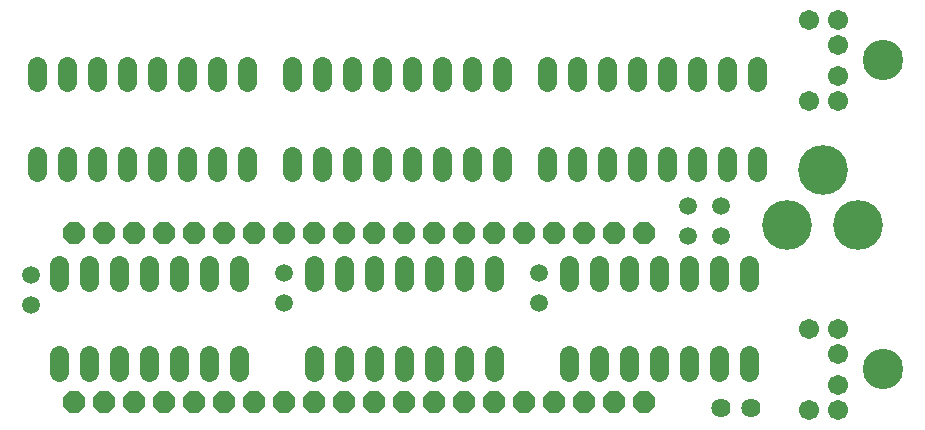
<source format=gbs>
G75*
G70*
%OFA0B0*%
%FSLAX24Y24*%
%IPPOS*%
%LPD*%
%AMOC8*
5,1,8,0,0,1.08239X$1,22.5*
%
%ADD10OC8,0.0710*%
%ADD11C,0.0640*%
%ADD12C,0.0596*%
%ADD13C,0.0674*%
%ADD14C,0.1346*%
%ADD15C,0.1660*%
%ADD16C,0.0640*%
D10*
X002151Y001806D03*
X003151Y001806D03*
X004151Y001806D03*
X005151Y001806D03*
X006151Y001806D03*
X007151Y001806D03*
X008151Y001806D03*
X009151Y001806D03*
X010151Y001806D03*
X011151Y001806D03*
X012151Y001806D03*
X013151Y001806D03*
X014151Y001806D03*
X015151Y001806D03*
X016151Y001806D03*
X017151Y001806D03*
X018151Y001806D03*
X019151Y001806D03*
X020151Y001806D03*
X021151Y001806D03*
X021151Y007456D03*
X020151Y007456D03*
X019151Y007456D03*
X018151Y007456D03*
X017151Y007456D03*
X016151Y007456D03*
X015151Y007456D03*
X014151Y007456D03*
X013151Y007456D03*
X012151Y007456D03*
X011151Y007456D03*
X010151Y007456D03*
X009151Y007456D03*
X008151Y007456D03*
X007151Y007456D03*
X006151Y007456D03*
X005151Y007456D03*
X004151Y007456D03*
X003151Y007456D03*
X002151Y007456D03*
D11*
X001651Y006386D02*
X001651Y005826D01*
X002651Y005826D02*
X002651Y006386D01*
X003651Y006386D02*
X003651Y005826D01*
X004651Y005826D02*
X004651Y006386D01*
X005651Y006386D02*
X005651Y005826D01*
X006651Y005826D02*
X006651Y006386D01*
X007651Y006386D02*
X007651Y005826D01*
X010151Y005826D02*
X010151Y006386D01*
X011151Y006386D02*
X011151Y005826D01*
X012151Y005826D02*
X012151Y006386D01*
X013151Y006386D02*
X013151Y005826D01*
X014151Y005826D02*
X014151Y006386D01*
X015151Y006386D02*
X015151Y005826D01*
X016151Y005826D02*
X016151Y006386D01*
X018651Y006386D02*
X018651Y005826D01*
X019651Y005826D02*
X019651Y006386D01*
X020651Y006386D02*
X020651Y005826D01*
X021651Y005826D02*
X021651Y006386D01*
X022651Y006386D02*
X022651Y005826D01*
X023651Y005826D02*
X023651Y006386D01*
X024651Y006386D02*
X024651Y005826D01*
X024651Y003386D02*
X024651Y002826D01*
X023651Y002826D02*
X023651Y003386D01*
X022651Y003386D02*
X022651Y002826D01*
X021651Y002826D02*
X021651Y003386D01*
X020651Y003386D02*
X020651Y002826D01*
X019651Y002826D02*
X019651Y003386D01*
X018651Y003386D02*
X018651Y002826D01*
X016151Y002826D02*
X016151Y003386D01*
X015151Y003386D02*
X015151Y002826D01*
X014151Y002826D02*
X014151Y003386D01*
X013151Y003386D02*
X013151Y002826D01*
X012151Y002826D02*
X012151Y003386D01*
X011151Y003386D02*
X011151Y002826D01*
X010151Y002826D02*
X010151Y003386D01*
X007651Y003386D02*
X007651Y002826D01*
X006651Y002826D02*
X006651Y003386D01*
X005651Y003386D02*
X005651Y002826D01*
X004651Y002826D02*
X004651Y003386D01*
X003651Y003386D02*
X003651Y002826D01*
X002651Y002826D02*
X002651Y003386D01*
X001651Y003386D02*
X001651Y002826D01*
X001901Y009476D02*
X001901Y010036D01*
X000901Y010036D02*
X000901Y009476D01*
X002901Y009476D02*
X002901Y010036D01*
X003901Y010036D02*
X003901Y009476D01*
X004901Y009476D02*
X004901Y010036D01*
X005901Y010036D02*
X005901Y009476D01*
X006901Y009476D02*
X006901Y010036D01*
X007901Y010036D02*
X007901Y009476D01*
X009401Y009476D02*
X009401Y010036D01*
X010401Y010036D02*
X010401Y009476D01*
X011401Y009476D02*
X011401Y010036D01*
X012401Y010036D02*
X012401Y009476D01*
X013401Y009476D02*
X013401Y010036D01*
X014401Y010036D02*
X014401Y009476D01*
X015401Y009476D02*
X015401Y010036D01*
X016401Y010036D02*
X016401Y009476D01*
X017901Y009476D02*
X017901Y010036D01*
X018901Y010036D02*
X018901Y009476D01*
X019901Y009476D02*
X019901Y010036D01*
X020901Y010036D02*
X020901Y009476D01*
X021901Y009476D02*
X021901Y010036D01*
X022901Y010036D02*
X022901Y009476D01*
X023901Y009476D02*
X023901Y010036D01*
X024901Y010036D02*
X024901Y009476D01*
X024901Y012476D02*
X024901Y013036D01*
X023901Y013036D02*
X023901Y012476D01*
X022901Y012476D02*
X022901Y013036D01*
X021901Y013036D02*
X021901Y012476D01*
X020901Y012476D02*
X020901Y013036D01*
X019901Y013036D02*
X019901Y012476D01*
X018901Y012476D02*
X018901Y013036D01*
X017901Y013036D02*
X017901Y012476D01*
X016401Y012476D02*
X016401Y013036D01*
X015401Y013036D02*
X015401Y012476D01*
X014401Y012476D02*
X014401Y013036D01*
X013401Y013036D02*
X013401Y012476D01*
X012401Y012476D02*
X012401Y013036D01*
X011401Y013036D02*
X011401Y012476D01*
X010401Y012476D02*
X010401Y013036D01*
X009401Y013036D02*
X009401Y012476D01*
X007901Y012476D02*
X007901Y013036D01*
X006901Y013036D02*
X006901Y012476D01*
X005901Y012476D02*
X005901Y013036D01*
X004901Y013036D02*
X004901Y012476D01*
X003901Y012476D02*
X003901Y013036D01*
X002901Y013036D02*
X002901Y012476D01*
X001901Y012476D02*
X001901Y013036D01*
X000901Y013036D02*
X000901Y012476D01*
D12*
X000701Y006056D03*
X000701Y005056D03*
X009151Y005106D03*
X009151Y006106D03*
X017651Y006106D03*
X017651Y005106D03*
X022601Y007356D03*
X023701Y007356D03*
X023701Y008356D03*
X022601Y008356D03*
D13*
X026620Y011867D03*
X027605Y011867D03*
X027605Y012694D03*
X027605Y013717D03*
X027605Y014544D03*
X026620Y014544D03*
X026620Y004244D03*
X027605Y004244D03*
X027605Y003417D03*
X027605Y002394D03*
X027605Y001567D03*
X026620Y001567D03*
D14*
X029101Y002906D03*
X029101Y013206D03*
D15*
X027089Y009556D03*
X028270Y007706D03*
X025907Y007706D03*
D16*
X024701Y001606D03*
X023701Y001606D03*
M02*

</source>
